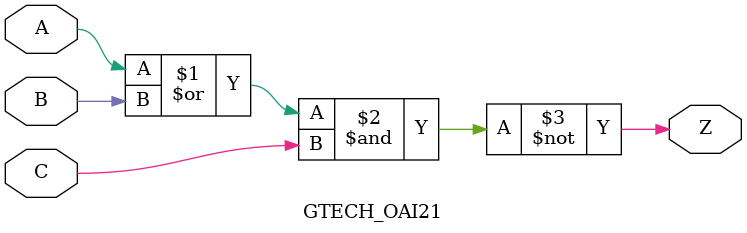
<source format=v>



module GTECH_OAI21 (A, B, C, Z);  
	input A, B, C;
	output Z;

	assign Z = ~((A | B) & C);
endmodule




</source>
